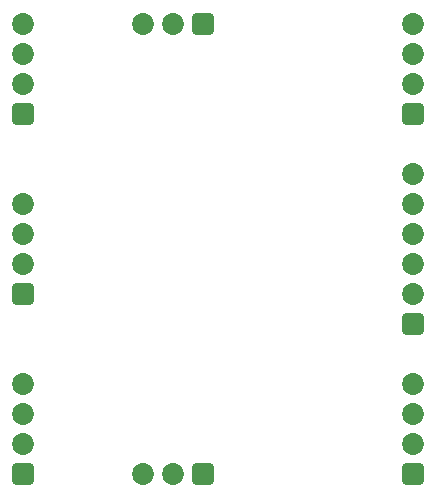
<source format=gbs>
G04 Layer_Color=16711935*
%FSLAX25Y25*%
%MOIN*%
G70*
G01*
G75*
%ADD29C,0.07300*%
G04:AMPARAMS|DCode=30|XSize=73mil|YSize=73mil|CornerRadius=13.75mil|HoleSize=0mil|Usage=FLASHONLY|Rotation=0.000|XOffset=0mil|YOffset=0mil|HoleType=Round|Shape=RoundedRectangle|*
%AMROUNDEDRECTD30*
21,1,0.07300,0.04550,0,0,0.0*
21,1,0.04550,0.07300,0,0,0.0*
1,1,0.02750,0.02275,-0.02275*
1,1,0.02750,-0.02275,-0.02275*
1,1,0.02750,-0.02275,0.02275*
1,1,0.02750,0.02275,0.02275*
%
%ADD30ROUNDEDRECTD30*%
G04:AMPARAMS|DCode=31|XSize=73mil|YSize=73mil|CornerRadius=13.75mil|HoleSize=0mil|Usage=FLASHONLY|Rotation=90.000|XOffset=0mil|YOffset=0mil|HoleType=Round|Shape=RoundedRectangle|*
%AMROUNDEDRECTD31*
21,1,0.07300,0.04550,0,0,90.0*
21,1,0.04550,0.07300,0,0,90.0*
1,1,0.02750,0.02275,0.02275*
1,1,0.02750,0.02275,-0.02275*
1,1,0.02750,-0.02275,-0.02275*
1,1,0.02750,-0.02275,0.02275*
%
%ADD31ROUNDEDRECTD31*%
D29*
X140000Y90000D02*
D03*
Y80000D02*
D03*
Y70000D02*
D03*
Y100000D02*
D03*
Y110000D02*
D03*
X50000Y160000D02*
D03*
X60000D02*
D03*
Y10000D02*
D03*
X50000D02*
D03*
X140000Y160000D02*
D03*
Y150000D02*
D03*
Y140000D02*
D03*
X10000D02*
D03*
Y150000D02*
D03*
Y160000D02*
D03*
Y40000D02*
D03*
Y30000D02*
D03*
Y20000D02*
D03*
X140000D02*
D03*
Y30000D02*
D03*
Y40000D02*
D03*
X10000Y100000D02*
D03*
Y90000D02*
D03*
Y80000D02*
D03*
D30*
X140000Y60000D02*
D03*
Y130000D02*
D03*
X10000D02*
D03*
Y10000D02*
D03*
X140000D02*
D03*
X10000Y70000D02*
D03*
D31*
X70000Y160000D02*
D03*
Y10000D02*
D03*
M02*

</source>
